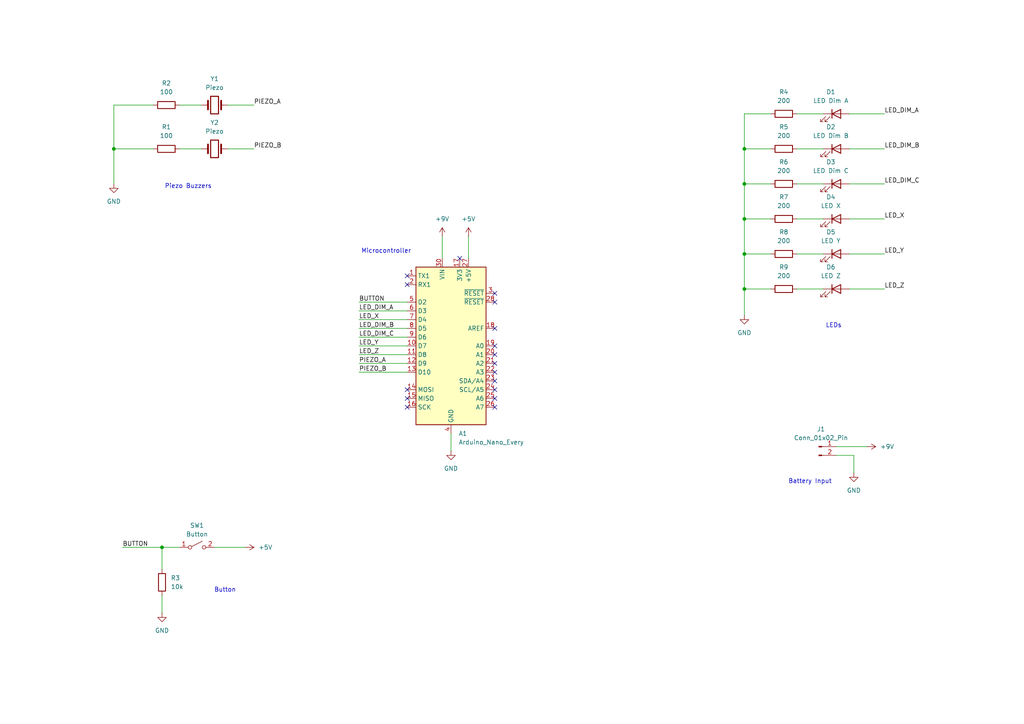
<source format=kicad_sch>
(kicad_sch (version 20231120) (generator "eeschema") (generator_version "8.0")
  (paper "A4")
  (title_block (title "Decorative PCB for Amaia") (date "2025-02-06") (rev "V3") (company "UCLA") (comment 1 "Drawn by PTR"))
  (lib_symbols
    (symbol "Connector:Conn_01x02_Pin" (pin_names (offset 1.016) hide)
      (property "Reference" "J" (at 0 2.54 0))
      (property "Value" "Conn_01x02_Pin" (at 0 -5.08 0))
      (symbol "Conn_01x02_Pin_1_1"
        (polyline (pts (xy 1.27 -2.54) (xy 0.8636 -2.54)) (stroke (width 0.1524)))
        (polyline (pts (xy 1.27 0) (xy 0.8636 0)) (stroke (width 0.1524)))
        (rectangle (start 0.8636 -2.413) (end 0 -2.667) (stroke (width 0.1524)) (fill (type outline)))
        (rectangle (start 0.8636 0.127) (end 0 -0.127) (stroke (width 0.1524)) (fill (type outline)))
        (pin passive line (at 5.08 0 180) (length 3.81) (name "Pin_1") (number "1"))
        (pin passive line (at 5.08 -2.54 180) (length 3.81) (name "Pin_2") (number "2"))
      )
    )
    (symbol "Device:Crystal" (pin_numbers hide) (pin_names (offset 1.016) hide)
      (property "Reference" "Y" (at 0 3.81 0))
      (property "Value" "Crystal" (at 0 -3.81 0))
      (symbol "Crystal_0_1"
        (rectangle (start -1.143 2.54) (end 1.143 -2.54) (stroke (width 0.3048)))
        (polyline (pts (xy -2.54 0) (xy -1.905 0)))
        (polyline (pts (xy -1.905 -1.27) (xy -1.905 1.27)) (stroke (width 0.508)))
        (polyline (pts (xy 1.905 -1.27) (xy 1.905 1.27)) (stroke (width 0.508)))
        (polyline (pts (xy 2.54 0) (xy 1.905 0)))
      )
      (symbol "Crystal_1_1"
        (pin passive line (at -3.81 0 0) (length 1.27) (name "1") (number "1"))
        (pin passive line (at 3.81 0 180) (length 1.27) (name "2") (number "2"))
      )
    )
    (symbol "Device:LED" (pin_numbers hide) (pin_names (offset 1.016) hide)
      (property "Reference" "D" (at 0 2.54 0))
      (property "Value" "LED" (at 0 -2.54 0))
      (symbol "LED_0_1"
        (polyline (pts (xy -1.27 -1.27) (xy -1.27 1.27)) (stroke (width 0.254)))
        (polyline (pts (xy -1.27 0) (xy 1.27 0)))
        (polyline (pts (xy 1.27 -1.27) (xy 1.27 1.27) (xy -1.27 0) (xy 1.27 -1.27)) (stroke (width 0.254)))
        (polyline (pts (xy -3.048 -0.762) (xy -4.572 -2.286) (xy -3.81 -2.286) (xy -4.572 -2.286) (xy -4.572 -1.524)))
        (polyline (pts (xy -1.778 -0.762) (xy -3.302 -2.286) (xy -2.54 -2.286) (xy -3.302 -2.286) (xy -3.302 -1.524)))
      )
      (symbol "LED_1_1"
        (pin passive line (at -3.81 0 0) (length 2.54) (name "K") (number "1"))
        (pin passive line (at 3.81 0 180) (length 2.54) (name "A") (number "2"))
      )
    )
    (symbol "Device:R" (pin_numbers hide) (pin_names (offset 0))
      (property "Reference" "R" (at 2.032 0 90))
      (property "Value" "R" (at 0 0 90))
      (symbol "R_0_1"
        (rectangle (start -1.016 -2.54) (end 1.016 2.54) (stroke (width 0.254)))
      )
      (symbol "R_1_1"
        (pin passive line (at 0 3.81 270) (length 1.27) (name "~") (number "1"))
        (pin passive line (at 0 -3.81 90) (length 1.27) (name "~") (number "2"))
      )
    )
    (symbol "MCU_Module:Arduino_Nano_Every"
      (property "Reference" "A1" (at 2.1941 -25.4 0))
      (property "Value" "Arduino_Nano_Every" (at 2.1941 -27.94 0))
      (symbol "Arduino_Nano_Every_0_1"
        (rectangle (start -10.16 22.86) (end 10.16 -22.86) (stroke (width 0.254)) (fill (type background)))
      )
      (symbol "Arduino_Nano_Every_1_1"
        (pin bidirectional line (at -12.7 20.32 0) (length 2.54) (name "TX1") (number "1"))
        (pin bidirectional line (at -12.7 0 0) (length 2.54) (name "D7") (number "10"))
        (pin bidirectional line (at -12.7 -2.54 0) (length 2.54) (name "D8") (number "11"))
        (pin bidirectional line (at -12.7 -5.08 0) (length 2.54) (name "D9") (number "12"))
        (pin bidirectional line (at -12.7 -7.62 0) (length 2.54) (name "D10") (number "13"))
        (pin bidirectional line (at -12.7 -12.7 0) (length 2.54) (name "MOSI") (number "14"))
        (pin bidirectional line (at -12.7 -15.24 0) (length 2.54) (name "MISO") (number "15"))
        (pin bidirectional line (at -12.7 -17.78 0) (length 2.54) (name "SCK") (number "16"))
        (pin power_out line (at 2.54 25.4 270) (length 2.54) (name "3V3") (number "17"))
        (pin input line (at 12.7 5.08 180) (length 2.54) (name "AREF") (number "18"))
        (pin bidirectional line (at 12.7 0 180) (length 2.54) (name "A0") (number "19"))
        (pin bidirectional line (at -12.7 17.78 0) (length 2.54) (name "RX1") (number "2"))
        (pin bidirectional line (at 12.7 -2.54 180) (length 2.54) (name "A1") (number "20"))
        (pin bidirectional line (at 12.7 -5.08 180) (length 2.54) (name "A2") (number "21"))
        (pin bidirectional line (at 12.7 -7.62 180) (length 2.54) (name "A3") (number "22"))
        (pin bidirectional line (at 12.7 -10.16 180) (length 2.54) (name "SDA/A4") (number "23"))
        (pin bidirectional line (at 12.7 -12.7 180) (length 2.54) (name "SCL/A5") (number "24"))
        (pin bidirectional line (at 12.7 -15.24 180) (length 2.54) (name "A6") (number "25"))
        (pin bidirectional line (at 12.7 -17.78 180) (length 2.54) (name "A7") (number "26"))
        (pin power_out line (at 5.08 25.4 270) (length 2.54) (name "+5V") (number "27"))
        (pin input line (at 12.7 12.7 180) (length 2.54) (name "~{RESET}") (number "28"))
        (pin passive line (at 0 -25.4 90) (length 2.54) hide (name "GND") (number "29"))
        (pin input line (at 12.7 15.24 180) (length 2.54) (name "~{RESET}") (number "3"))
        (pin passive line (at -2.54 25.4 270) (length 2.54) (name "VIN") (number "30"))
        (pin passive line (at 0 -25.4 90) (length 2.54) (name "GND") (number "4"))
        (pin bidirectional line (at -12.7 12.7 0) (length 2.54) (name "D2") (number "5"))
        (pin bidirectional line (at -12.7 10.16 0) (length 2.54) (name "D3") (number "6"))
        (pin bidirectional line (at -12.7 7.62 0) (length 2.54) (name "D4") (number "7"))
        (pin bidirectional line (at -12.7 5.08 0) (length 2.54) (name "D5") (number "8"))
        (pin bidirectional line (at -12.7 2.54 0) (length 2.54) (name "D6") (number "9"))
      )
    )
    (symbol "Switch:SW_SPST" (pin_names (offset 0) hide)
      (property "Reference" "SW" (at 0 3.175 0))
      (property "Value" "SW_SPST" (at 0 -2.54 0))
      (symbol "SW_SPST_0_0"
        (circle (center -2.032 0) (radius 0.508))
        (polyline (pts (xy -1.524 0.254) (xy 1.524 1.778)))
        (circle (center 2.032 0) (radius 0.508))
      )
      (symbol "SW_SPST_1_1"
        (pin passive line (at -5.08 0 0) (length 2.54) (name "A") (number "1"))
        (pin passive line (at 5.08 0 180) (length 2.54) (name "B") (number "2"))
      )
    )
    (symbol "power:+5V" (power) (pin_numbers hide) (pin_names (offset 0) hide)
      (property "Value" "+5V" (at 0 3.556 0))
      (symbol "+5V_0_1"
        (polyline (pts (xy -0.762 1.27) (xy 0 2.54)))
        (polyline (pts (xy 0 0) (xy 0 2.54)))
        (polyline (pts (xy 0 2.54) (xy 0.762 1.27)))
      )
      (symbol "+5V_1_1"
        (pin power_in line (at 0 0 90) (length 0) (name "~") (number "1"))
      )
    )
    (symbol "power:+9V" (power) (pin_numbers hide) (pin_names (offset 0) hide)
      (property "Value" "+9V" (at 0 3.556 0))
      (symbol "+9V_0_1"
        (polyline (pts (xy -0.762 1.27) (xy 0 2.54)))
        (polyline (pts (xy 0 0) (xy 0 2.54)))
        (polyline (pts (xy 0 2.54) (xy 0.762 1.27)))
      )
      (symbol "+9V_1_1"
        (pin power_in line (at 0 0 90) (length 0) (name "~") (number "1"))
      )
    )
    (symbol "power:GND" (power) (pin_numbers hide) (pin_names (offset 0) hide)
      (property "Value" "GND" (at 0 -3.81 0))
      (symbol "GND_0_1"
        (polyline (pts (xy 0 0) (xy 0 -1.27) (xy 1.27 -1.27) (xy 0 -2.54) (xy -1.27 -1.27) (xy 0 -1.27)))
      )
      (symbol "GND_1_1"
        (pin power_in line (at 0 0 270) (length 0) (name "~") (number "1"))
      )
    )
  )
  (junction (at 215.9 73.66))
  (junction (at 215.9 43.18))
  (junction (at 215.9 53.34))
  (junction (at 46.99 158.75))
  (junction (at 215.9 83.82))
  (junction (at 33.02 43.18))
  (junction (at 215.9 63.5))
  (no_connect (at 143.51 118.11))
  (no_connect (at 143.51 107.95))
  (no_connect (at 143.51 100.33))
  (no_connect (at 143.51 85.09))
  (no_connect (at 143.51 105.41))
  (no_connect (at 133.35 74.93))
  (no_connect (at 118.11 113.03))
  (no_connect (at 143.51 95.25))
  (no_connect (at 143.51 113.03))
  (no_connect (at 143.51 110.49))
  (no_connect (at 118.11 80.01))
  (no_connect (at 143.51 115.57))
  (no_connect (at 118.11 82.55))
  (no_connect (at 118.11 118.11))
  (no_connect (at 143.51 87.63))
  (no_connect (at 143.51 102.87))
  (no_connect (at 118.11 115.57))
  (wire (pts (xy 231.14 73.66) (xy 238.76 73.66)))
  (wire (pts (xy 46.99 172.72) (xy 46.99 177.8)))
  (wire (pts (xy 46.99 158.75) (xy 52.07 158.75)))
  (wire (pts (xy 62.23 158.75) (xy 71.12 158.75)))
  (wire (pts (xy 246.38 53.34) (xy 256.54 53.34)))
  (wire (pts (xy 130.81 125.73) (xy 130.81 130.81)))
  (wire (pts (xy 215.9 83.82) (xy 223.52 83.82)))
  (wire (pts (xy 247.65 132.08) (xy 247.65 137.16)))
  (wire (pts (xy 52.07 43.18) (xy 58.42 43.18)))
  (wire (pts (xy 33.02 43.18) (xy 33.02 53.34)))
  (wire (pts (xy 215.9 53.34) (xy 215.9 63.5)))
  (wire (pts (xy 242.57 132.08) (xy 247.65 132.08)))
  (wire (pts (xy 135.89 68.58) (xy 135.89 74.93)))
  (wire (pts (xy 215.9 83.82) (xy 215.9 91.44)))
  (wire (pts (xy 246.38 43.18) (xy 256.54 43.18)))
  (wire (pts (xy 215.9 63.5) (xy 223.52 63.5)))
  (wire (pts (xy 35.56 158.75) (xy 46.99 158.75)))
  (wire (pts (xy 118.11 107.95) (xy 104.14 107.95)))
  (wire (pts (xy 223.52 33.02) (xy 215.9 33.02)))
  (wire (pts (xy 33.02 30.48) (xy 33.02 43.18)))
  (wire (pts (xy 231.14 63.5) (xy 238.76 63.5)))
  (wire (pts (xy 215.9 53.34) (xy 223.52 53.34)))
  (wire (pts (xy 246.38 33.02) (xy 256.54 33.02)))
  (wire (pts (xy 246.38 73.66) (xy 256.54 73.66)))
  (wire (pts (xy 66.04 30.48) (xy 73.66 30.48)))
  (wire (pts (xy 44.45 43.18) (xy 33.02 43.18)))
  (wire (pts (xy 231.14 33.02) (xy 238.76 33.02)))
  (wire (pts (xy 44.45 30.48) (xy 33.02 30.48)))
  (wire (pts (xy 104.14 97.79) (xy 118.11 97.79)))
  (wire (pts (xy 104.14 100.33) (xy 118.11 100.33)))
  (wire (pts (xy 128.27 68.58) (xy 128.27 74.93)))
  (wire (pts (xy 231.14 53.34) (xy 238.76 53.34)))
  (wire (pts (xy 215.9 43.18) (xy 223.52 43.18)))
  (wire (pts (xy 104.14 102.87) (xy 118.11 102.87)))
  (wire (pts (xy 104.14 95.25) (xy 118.11 95.25)))
  (wire (pts (xy 246.38 63.5) (xy 256.54 63.5)))
  (wire (pts (xy 231.14 43.18) (xy 238.76 43.18)))
  (wire (pts (xy 104.14 87.63) (xy 118.11 87.63)))
  (wire (pts (xy 104.14 105.41) (xy 118.11 105.41)))
  (wire (pts (xy 242.57 129.54) (xy 251.46 129.54)))
  (wire (pts (xy 215.9 43.18) (xy 215.9 53.34)))
  (wire (pts (xy 104.14 90.17) (xy 118.11 90.17)))
  (wire (pts (xy 52.07 30.48) (xy 58.42 30.48)))
  (wire (pts (xy 231.14 83.82) (xy 238.76 83.82)))
  (wire (pts (xy 215.9 63.5) (xy 215.9 73.66)))
  (wire (pts (xy 66.04 43.18) (xy 73.66 43.18)))
  (wire (pts (xy 104.14 92.71) (xy 118.11 92.71)))
  (wire (pts (xy 215.9 73.66) (xy 223.52 73.66)))
  (wire (pts (xy 46.99 158.75) (xy 46.99 165.1)))
  (wire (pts (xy 215.9 73.66) (xy 215.9 83.82)))
  (wire (pts (xy 215.9 33.02) (xy 215.9 43.18)))
  (wire (pts (xy 246.38 83.82) (xy 256.54 83.82)))
  (text "Battery Input" (at 234.95 139.7 0) (effects (font (size 1.27 1.27))))
  (text "Button" (at 65.278 171.196 0) (effects (font (size 1.27 1.27))))
  (text "Piezo Buzzers\n" (at 54.61 54.102 0) (effects (font (size 1.27 1.27))))
  (text "Microcontroller" (at 112.014 72.898 0) (effects (font (size 1.27 1.27))))
  (text "LEDs" (at 241.808 94.488 0) (effects (font (size 1.27 1.27))))
  (label "LED_X" (at 104.14 92.71 0))
  (label "LED_Y" (at 256.54 73.66 0))
  (label "BUTTON" (at 35.56 158.75 0))
  (label "LED_DIM_B" (at 256.54 43.18 0))
  (label "PIEZO_A" (at 73.66 30.48 0))
  (label "PIEZO_B" (at 104.14 107.95 0))
  (label "LED_DIM_C" (at 256.54 53.34 0))
  (label "LED_DIM_A" (at 256.54 33.02 0))
  (label "LED_Y" (at 104.14 100.33 0))
  (label "LED_X" (at 256.54 63.5 0))
  (label "PIEZO_A" (at 104.14 105.41 0))
  (label "BUTTON" (at 104.14 87.63 0))
  (label "PIEZO_B" (at 73.66 43.18 0))
  (label "LED_DIM_A" (at 104.14 90.17 0))
  (label "LED_Z" (at 256.54 83.82 0))
  (label "LED_DIM_B" (at 104.14 95.25 0))
  (label "LED_DIM_C" (at 104.14 97.79 0))
  (label "LED_Z" (at 104.14 102.87 0))
  (symbol (lib_id "Device:LED") (at 242.57 33.02 0) (unit 1)
    (property "Reference" "D1" (at 240.9825 26.67 0))
    (property "Value" "LED Dim A" (at 240.9825 29.21 0))
    (property "Footprint" "LED_THT:LED_D5.0mm" (effects (hide yes)))
    (property "Description" "Light emitting diode" (effects (hide yes)))
  )
  (symbol (lib_id "power:+9V") (at 251.46 129.54 270) (unit 1)
    (property "Reference" "#PWR09" (effects (hide yes)))
    (property "Value" "+9V" (at 255.27 129.5399 90) (effects (justify left)))
    (property "Description" "Power symbol creates a global label with name \"+9V\"" (effects (hide yes)))
  )
  (symbol (lib_id "power:GND") (at 130.81 130.81 0) (unit 1)
    (property "Reference" "#PWR01" (effects (hide yes)))
    (property "Value" "GND" (at 130.81 135.89 0))
    (property "Description" "Power symbol creates a global label with name \"GND\" , ground" (effects (hide yes)))
  )
  (symbol (lib_id "Device:R") (at 227.33 53.34 90) (unit 1)
    (property "Reference" "R6" (at 227.33 46.99 90))
    (property "Value" "200" (at 227.33 49.53 90))
    (property "Footprint" "Resistor_THT:R_Axial_DIN0204_L3.6mm_D1.6mm_P7.62mm_Horizontal" (effects (hide yes)))
    (property "Description" "Resistor" (effects (hide yes)))
  )
  (symbol (lib_id "Device:Crystal") (at 62.23 30.48 0) (unit 1)
    (property "Reference" "Y1" (at 62.23 22.86 0))
    (property "Value" "Piezo" (at 62.23 25.4 0))
    (property "Footprint" "Buzzer_Beeper:Buzzer_Murata_PKMCS0909E" (effects (hide yes)))
    (property "Description" "Two pin crystal" (effects (hide yes)))
  )
  (symbol (lib_id "Device:LED") (at 242.57 73.66 0) (unit 1)
    (property "Reference" "D5" (at 240.9825 67.31 0))
    (property "Value" "LED Y" (at 240.9825 69.85 0))
    (property "Footprint" "LED_THT:LED_D5.0mm" (effects (hide yes)))
    (property "Description" "Light emitting diode" (effects (hide yes)))
  )
  (symbol (lib_id "power:+9V") (at 128.27 68.58 0) (unit 1)
    (property "Reference" "#PWR02" (effects (hide yes)))
    (property "Value" "+9V" (at 128.27 63.5 0))
    (property "Description" "Power symbol creates a global label with name \"+9V\"" (effects (hide yes)))
  )
  (symbol (lib_id "power:GND") (at 247.65 137.16 0) (unit 1)
    (property "Reference" "#PWR08" (effects (hide yes)))
    (property "Value" "GND" (at 247.65 142.24 0))
    (property "Description" "Power symbol creates a global label with name \"GND\" , ground" (effects (hide yes)))
  )
  (symbol (lib_id "Device:R") (at 227.33 43.18 90) (unit 1)
    (property "Reference" "R5" (at 227.33 36.83 90))
    (property "Value" "200" (at 227.33 39.37 90))
    (property "Footprint" "Resistor_THT:R_Axial_DIN0204_L3.6mm_D1.6mm_P7.62mm_Horizontal" (effects (hide yes)))
    (property "Description" "Resistor" (effects (hide yes)))
  )
  (symbol (lib_id "MCU_Module:Arduino_Nano_Every") (at 130.81 100.33 0) (unit 1)
    (property "Reference" "A1" (at 133.0041 125.73 0) (effects (justify left)))
    (property "Value" "Arduino_Nano_Every" (at 133.0041 128.27 0) (effects (justify left)))
    (property "Footprint" "Petunia's Library:Nano_Every_Modified_Pads" (effects (hide yes)))
    (property "Datasheet" "https://content.arduino.cc/assets/NANOEveryV3.0_sch.pdf" (effects (hide yes)))
    (property "Description" "Arduino Nano Every" (effects (hide yes)))
  )
  (symbol (lib_id "Device:R") (at 48.26 43.18 90) (unit 1)
    (property "Reference" "R1" (at 48.26 36.83 90))
    (property "Value" "100" (at 48.26 39.37 90))
    (property "Footprint" "Resistor_THT:R_Axial_DIN0204_L3.6mm_D1.6mm_P7.62mm_Horizontal" (effects (hide yes)))
    (property "Description" "Resistor" (effects (hide yes)))
  )
  (symbol (lib_id "Device:R") (at 227.33 83.82 90) (unit 1)
    (property "Reference" "R9" (at 227.33 77.47 90))
    (property "Value" "200" (at 227.33 80.01 90))
    (property "Footprint" "Resistor_THT:R_Axial_DIN0204_L3.6mm_D1.6mm_P7.62mm_Horizontal" (effects (hide yes)))
    (property "Description" "Resistor" (effects (hide yes)))
  )
  (symbol (lib_id "Device:Crystal") (at 62.23 43.18 0) (unit 1)
    (property "Reference" "Y2" (at 62.23 35.56 0))
    (property "Value" "Piezo" (at 62.23 38.1 0))
    (property "Footprint" "Buzzer_Beeper:Buzzer_Murata_PKMCS0909E" (effects (hide yes)))
    (property "Description" "Two pin crystal" (effects (hide yes)))
  )
  (symbol (lib_id "Switch:SW_SPST") (at 57.15 158.75 0) (unit 1)
    (property "Reference" "SW1" (at 57.15 152.4 0))
    (property "Value" "Button" (at 57.15 154.94 0))
    (property "Footprint" "Button_Switch_THT:SW_PUSH_6mm" (effects (hide yes)))
    (property "Description" "Single Pole Single Throw (SPST) switch" (effects (hide yes)))
  )
  (symbol (lib_id "power:GND") (at 46.99 177.8 0) (unit 1)
    (property "Reference" "#PWR06" (effects (hide yes)))
    (property "Value" "GND" (at 46.99 182.88 0))
    (property "Description" "Power symbol creates a global label with name \"GND\" , ground" (effects (hide yes)))
  )
  (symbol (lib_id "power:GND") (at 215.9 91.44 0) (unit 1)
    (property "Reference" "#PWR07" (effects (hide yes)))
    (property "Value" "GND" (at 215.9 96.52 0))
    (property "Description" "Power symbol creates a global label with name \"GND\" , ground" (effects (hide yes)))
  )
  (symbol (lib_id "power:GND") (at 33.02 53.34 0) (unit 1)
    (property "Reference" "#PWR03" (effects (hide yes)))
    (property "Value" "GND" (at 33.02 58.42 0))
    (property "Description" "Power symbol creates a global label with name \"GND\" , ground" (effects (hide yes)))
  )
  (symbol (lib_id "Device:R") (at 227.33 73.66 90) (unit 1)
    (property "Reference" "R8" (at 227.33 67.31 90))
    (property "Value" "200" (at 227.33 69.85 90))
    (property "Footprint" "Resistor_THT:R_Axial_DIN0204_L3.6mm_D1.6mm_P7.62mm_Horizontal" (effects (hide yes)))
    (property "Description" "Resistor" (effects (hide yes)))
  )
  (symbol (lib_id "Device:R") (at 227.33 63.5 90) (unit 1)
    (property "Reference" "R7" (at 227.33 57.15 90))
    (property "Value" "200" (at 227.33 59.69 90))
    (property "Footprint" "Resistor_THT:R_Axial_DIN0204_L3.6mm_D1.6mm_P7.62mm_Horizontal" (effects (hide yes)))
    (property "Description" "Resistor" (effects (hide yes)))
  )
  (symbol (lib_id "Device:LED") (at 242.57 43.18 0) (unit 1)
    (property "Reference" "D2" (at 240.9825 36.83 0))
    (property "Value" "LED Dim B" (at 240.9825 39.37 0))
    (property "Footprint" "LED_THT:LED_D5.0mm" (effects (hide yes)))
    (property "Description" "Light emitting diode" (effects (hide yes)))
  )
  (symbol (lib_id "Device:LED") (at 242.57 63.5 0) (unit 1)
    (property "Reference" "D4" (at 240.9825 57.15 0))
    (property "Value" "LED X" (at 240.9825 59.69 0))
    (property "Footprint" "LED_THT:LED_D5.0mm" (effects (hide yes)))
    (property "Description" "Light emitting diode" (effects (hide yes)))
  )
  (symbol (lib_id "power:+5V") (at 71.12 158.75 270) (unit 1)
    (property "Reference" "#PWR05" (effects (hide yes)))
    (property "Value" "+5V" (at 74.93 158.7499 90) (effects (justify left)))
    (property "Description" "Power symbol creates a global label with name \"+5V\"" (effects (hide yes)))
  )
  (symbol (lib_id "Device:LED") (at 242.57 53.34 0) (unit 1)
    (property "Reference" "D3" (at 240.9825 46.99 0))
    (property "Value" "LED Dim C" (at 240.9825 49.53 0))
    (property "Footprint" "LED_THT:LED_D5.0mm" (effects (hide yes)))
    (property "Description" "Light emitting diode" (effects (hide yes)))
  )
  (symbol (lib_id "Device:R") (at 46.99 168.91 0) (unit 1)
    (property "Reference" "R3" (at 49.53 167.6399 0) (effects (justify left)))
    (property "Value" "10k" (at 49.53 170.1799 0) (effects (justify left)))
    (property "Footprint" "Resistor_THT:R_Axial_DIN0204_L3.6mm_D1.6mm_P7.62mm_Horizontal" (effects (hide yes)))
    (property "Description" "Resistor" (effects (hide yes)))
  )
  (symbol (lib_id "Device:R") (at 48.26 30.48 90) (unit 1)
    (property "Reference" "R2" (at 48.26 24.13 90))
    (property "Value" "100" (at 48.26 26.67 90))
    (property "Footprint" "Resistor_THT:R_Axial_DIN0204_L3.6mm_D1.6mm_P7.62mm_Horizontal" (effects (hide yes)))
    (property "Description" "Resistor" (effects (hide yes)))
  )
  (symbol (lib_id "Connector:Conn_01x02_Pin") (at 237.49 129.54 0) (unit 1)
    (property "Reference" "J1" (at 238.125 124.46 0))
    (property "Value" "Conn_01x02_Pin" (at 238.125 127 0))
    (property "Footprint" "Connector_Wire:SolderWire-0.5sqmm_1x02_P4.6mm_D0.9mm_OD2.1mm" (effects (hide yes)))
    (property "Description" "Generic connector, single row, 01x02, script generated" (effects (hide yes)))
  )
  (symbol (lib_id "power:+5V") (at 135.89 68.58 0) (unit 1)
    (property "Reference" "#PWR04" (effects (hide yes)))
    (property "Value" "+5V" (at 135.89 63.5 0))
    (property "Description" "Power symbol creates a global label with name \"+5V\"" (effects (hide yes)))
  )
  (symbol (lib_id "Device:LED") (at 242.57 83.82 0) (unit 1)
    (property "Reference" "D6" (at 240.9825 77.47 0))
    (property "Value" "LED Z" (at 240.9825 80.01 0))
    (property "Footprint" "LED_THT:LED_D5.0mm" (effects (hide yes)))
    (property "Description" "Light emitting diode" (effects (hide yes)))
  )
  (symbol (lib_id "Device:R") (at 227.33 33.02 90) (unit 1)
    (property "Reference" "R4" (at 227.33 26.67 90))
    (property "Value" "200" (at 227.33 29.21 90))
    (property "Footprint" "Resistor_THT:R_Axial_DIN0204_L3.6mm_D1.6mm_P7.62mm_Horizontal" (effects (hide yes)))
    (property "Description" "Resistor" (effects (hide yes)))
  )
)
</source>
